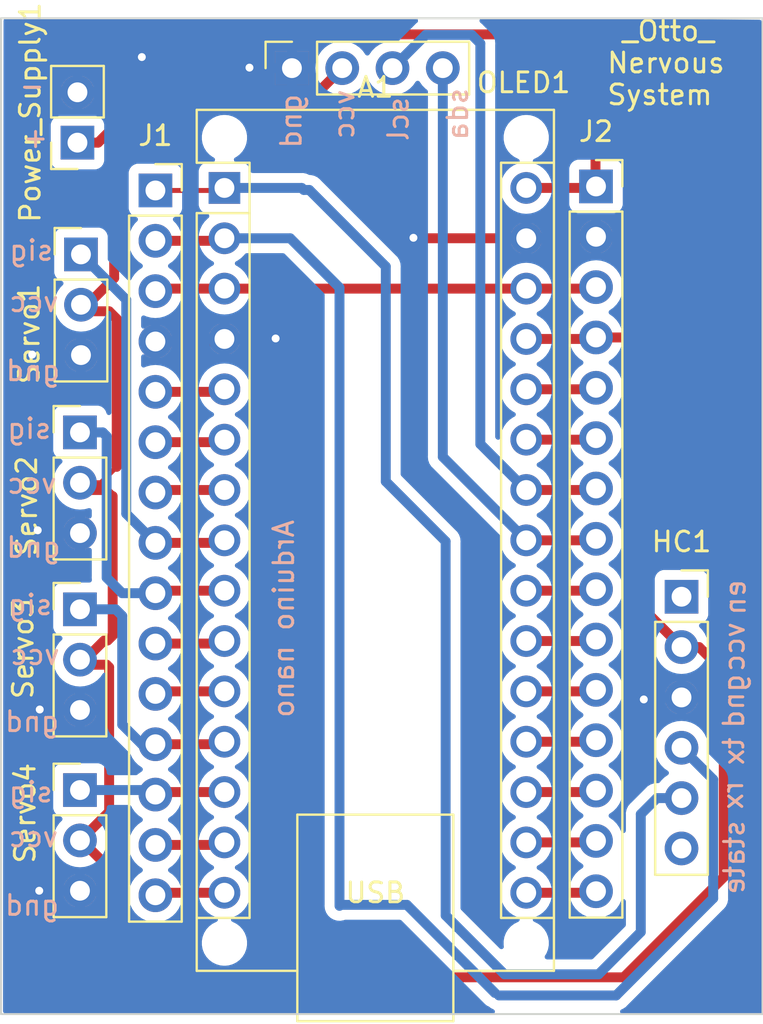
<source format=kicad_pcb>
(kicad_pcb (version 20221018) (generator pcbnew)
  (layers (0 "F.Cu" signal) (31 "B.Cu" signal) (34 "B.Paste" user) (35 "F.Paste" user) (36 "B.SilkS" user "B.Silkscreen") (37 "F.SilkS" user "F.Silkscreen") (38 "B.Mask" user) (39 "F.Mask" user) (44 "Edge.Cuts" user))
  (net 0 "")
  (net 1 "TX1")
  (net 2 "RX0")
  (net 3 "RST")
  (net 4 "GND")
  (net 5 "D2")
  (net 6 "D3")
  (net 7 "D4")
  (net 8 "D5")
  (net 9 "D6")
  (net 10 "D7")
  (net 11 "D8")
  (net 12 "D9")
  (net 13 "D10")
  (net 14 "D11")
  (net 15 "D12")
  (net 16 "D13")
  (net 17 "+3V3")
  (net 18 "AREF")
  (net 19 "A0")
  (net 20 "A1")
  (net 21 "A2")
  (net 22 "A3")
  (net 23 "A4")
  (net 24 "A5")
  (net 25 "A6")
  (net 26 "A7")
  (net 27 "5V")
  (net 28 "input_voltage")
  (footprint "Connector_PinHeader_2.54mm:PinHeader_1x03_P2.54mm_Vertical" (layer "F.Cu") (at 132.588 105.4354)
    (fp_text reference "Servo4" (at -2.7686 1.1684 90) (layer "F.SilkS"))
    (fp_text value "Conn_01x03_Pin" hide)
    (fp_line (start -1.33 -1.33) (end 0 -1.33) (stroke (width 0.12)) (layer "F.SilkS"))
    (fp_line (start -1.33 0) (end -1.33 -1.33) (stroke (width 0.12)) (layer "F.SilkS"))
    (fp_line (start -1.33 1.27) (end -1.33 6.41) (stroke (width 0.12)) (layer "F.SilkS"))
    (fp_line (start -1.33 1.27) (end 1.33 1.27) (stroke (width 0.12)) (layer "F.SilkS"))
    (fp_line (start -1.33 6.41) (end 1.33 6.41) (stroke (width 0.12)) (layer "F.SilkS"))
    (fp_line (start 1.33 1.27) (end 1.33 6.41) (stroke (width 0.12)) (layer "F.SilkS"))
    (pad "1" thru_hole rect (at 0 0) (size 1.7 1.7) (drill 1) (layers "*.Cu" "*.Mask") (net 13 "D10"))
    (pad "2" thru_hole oval (at 0 2.54) (size 1.7 1.7) (drill 1) (layers "*.Cu" "*.Mask") (net 27 "5V"))
    (pad "3" thru_hole oval (at 0 5.08) (size 1.7 1.7) (drill 1) (layers "*.Cu" "*.Mask") (net 4 "GND"))
  )
  (footprint "Connector_PinSocket_2.54mm:PinSocket_1x04_P2.54mm_Vertical" (layer "F.Cu") (at 143.2914 69.0122 90)
    (fp_text reference "OLED1" (at -0.7362 11.6994 180) (layer "F.SilkS"))
    (fp_text value "Conn_01x04_Socket" hide)
    (fp_line (start -1.33 1.27) (end -1.33 8.95) (stroke (width 0.12)) (layer "F.SilkS"))
    (fp_line (start -1.33 1.27) (end 1.33 1.27) (stroke (width 0.12)) (layer "F.SilkS"))
    (fp_line (start -1.33 8.95) (end 1.33 8.95) (stroke (width 0.12)) (layer "F.SilkS"))
    (fp_line (start 0 -1.33) (end 1.33 -1.33) (stroke (width 0.12)) (layer "F.SilkS"))
    (fp_line (start 1.33 -1.33) (end 1.33 0) (stroke (width 0.12)) (layer "F.SilkS"))
    (fp_line (start 1.33 1.27) (end 1.33 8.95) (stroke (width 0.12)) (layer "F.SilkS"))
    (pad "1" thru_hole rect (at 0 0 90) (size 1.7 1.7) (drill 1) (layers "*.Cu" "*.Mask") (net 4 "GND"))
    (pad "2" thru_hole oval (at 0 2.54 90) (size 1.7 1.7) (drill 1) (layers "*.Cu" "*.Mask") (net 27 "5V"))
    (pad "3" thru_hole oval (at 0 5.08 90) (size 1.7 1.7) (drill 1) (layers "*.Cu" "*.Mask") (net 24 "A5"))
    (pad "4" thru_hole oval (at 0 7.62 90) (size 1.7 1.7) (drill 1) (layers "*.Cu" "*.Mask") (net 23 "A4"))
  )
  (footprint "Connector_PinSocket_2.54mm:PinSocket_1x15_P2.54mm_Vertical" (layer "F.Cu") (at 158.6484 74.9808)
    (fp_text reference "J2" (at 0 -2.77) (layer "F.SilkS"))
    (fp_text value "Conn_01x15_Socket" hide)
    (fp_line (start -1.33 1.27) (end -1.33 36.89) (stroke (width 0.12)) (layer "F.SilkS"))
    (fp_line (start -1.33 1.27) (end 1.33 1.27) (stroke (width 0.12)) (layer "F.SilkS"))
    (fp_line (start -1.33 36.89) (end 1.33 36.89) (stroke (width 0.12)) (layer "F.SilkS"))
    (fp_line (start 0 -1.33) (end 1.33 -1.33) (stroke (width 0.12)) (layer "F.SilkS"))
    (fp_line (start 1.33 -1.33) (end 1.33 0) (stroke (width 0.12)) (layer "F.SilkS"))
    (fp_line (start 1.33 1.27) (end 1.33 36.89) (stroke (width 0.12)) (layer "F.SilkS"))
    (pad "1" thru_hole rect (at 0 0) (size 1.7 1.7) (drill 1) (layers "*.Cu" "*.Mask") (net 28 "input_voltage"))
    (pad "2" thru_hole oval (at 0 2.54) (size 1.7 1.7) (drill 1) (layers "*.Cu" "*.Mask") (net 4 "GND"))
    (pad "3" thru_hole oval (at 0 5.08) (size 1.7 1.7) (drill 1) (layers "*.Cu" "*.Mask") (net 3 "RST"))
    (pad "4" thru_hole oval (at 0 7.62) (size 1.7 1.7) (drill 1) (layers "*.Cu" "*.Mask") (net 27 "5V"))
    (pad "5" thru_hole oval (at 0 10.16) (size 1.7 1.7) (drill 1) (layers "*.Cu" "*.Mask") (net 26 "A7"))
    (pad "6" thru_hole oval (at 0 12.7) (size 1.7 1.7) (drill 1) (layers "*.Cu" "*.Mask") (net 25 "A6"))
    (pad "7" thru_hole oval (at 0 15.24) (size 1.7 1.7) (drill 1) (layers "*.Cu" "*.Mask") (net 24 "A5"))
    (pad "8" thru_hole oval (at 0 17.78) (size 1.7 1.7) (drill 1) (layers "*.Cu" "*.Mask") (net 23 "A4"))
    (pad "9" thru_hole oval (at 0 20.32) (size 1.7 1.7) (drill 1) (layers "*.Cu" "*.Mask") (net 22 "A3"))
    (pad "10" thru_hole oval (at 0 22.86) (size 1.7 1.7) (drill 1) (layers "*.Cu" "*.Mask") (net 21 "A2"))
    (pad "11" thru_hole oval (at 0 25.4) (size 1.7 1.7) (drill 1) (layers "*.Cu" "*.Mask") (net 20 "A1"))
    (pad "12" thru_hole oval (at 0 27.94) (size 1.7 1.7) (drill 1) (layers "*.Cu" "*.Mask") (net 19 "A0"))
    (pad "13" thru_hole oval (at 0 30.48) (size 1.7 1.7) (drill 1) (layers "*.Cu" "*.Mask") (net 18 "AREF"))
    (pad "14" thru_hole oval (at 0 33.02) (size 1.7 1.7) (drill 1) (layers "*.Cu" "*.Mask") (net 17 "+3V3"))
    (pad "15" thru_hole oval (at 0 35.56) (size 1.7 1.7) (drill 1) (layers "*.Cu" "*.Mask") (net 16 "D13"))
  )
  (footprint "Connector_PinHeader_2.54mm:PinHeader_1x03_P2.54mm_Vertical" (layer "F.Cu") (at 132.6388 78.4098)
    (fp_text reference "Servo1" (at -2.6162 4.0132 90) (layer "F.SilkS"))
    (fp_text value "Conn_01x03_Pin" hide)
    (fp_line (start -1.33 -1.33) (end 0 -1.33) (stroke (width 0.12)) (layer "F.SilkS"))
    (fp_line (start -1.33 0) (end -1.33 -1.33) (stroke (width 0.12)) (layer "F.SilkS"))
    (fp_line (start -1.33 1.27) (end -1.33 6.41) (stroke (width 0.12)) (layer "F.SilkS"))
    (fp_line (start -1.33 1.27) (end 1.33 1.27) (stroke (width 0.12)) (layer "F.SilkS"))
    (fp_line (start -1.33 6.41) (end 1.33 6.41) (stroke (width 0.12)) (layer "F.SilkS"))
    (fp_line (start 1.33 1.27) (end 1.33 6.41) (stroke (width 0.12)) (layer "F.SilkS"))
    (pad "1" thru_hole rect (at 0 0) (size 1.7 1.7) (drill 1) (layers "*.Cu" "*.Mask") (net 8 "D5"))
    (pad "2" thru_hole oval (at 0 2.54) (size 1.7 1.7) (drill 1) (layers "*.Cu" "*.Mask") (net 27 "5V"))
    (pad "3" thru_hole oval (at 0 5.08) (size 1.7 1.7) (drill 1) (layers "*.Cu" "*.Mask") (net 4 "GND"))
  )
  (footprint "Module:Arduino_Nano_WithMountingHoles" (layer "F.Cu") (at 139.884 75.0564)
    (fp_text reference "A1" (at 7.62 -5.08) (layer "F.SilkS"))
    (fp_text value "Arduino_Nano_v3.x")
    (fp_text user "USB" (at 7.62 35.56 unlocked) (layer "F.SilkS"))
    (fp_line (start -1.4 -3.94) (end -1.4 -1.27) (stroke (width 0.12)) (layer "F.SilkS"))
    (fp_line (start -1.4 1.27) (end -1.4 39.5) (stroke (width 0.12)) (layer "F.SilkS"))
    (fp_line (start -1.4 39.5) (end 3.68 39.5) (stroke (width 0.12)) (layer "F.SilkS"))
    (fp_line (start 1.27 -1.27) (end -1.4 -1.27) (stroke (width 0.12)) (layer "F.SilkS"))
    (fp_line (start 1.27 1.27) (end -1.4 1.27) (stroke (width 0.12)) (layer "F.SilkS"))
    (fp_line (start 1.27 1.27) (end 1.27 -1.27) (stroke (width 0.12)) (layer "F.SilkS"))
    (fp_line (start 1.27 1.27) (end 1.27 36.83) (stroke (width 0.12)) (layer "F.SilkS"))
    (fp_line (start 1.27 36.83) (end -1.4 36.83) (stroke (width 0.12)) (layer "F.SilkS"))
    (fp_line (start 3.68 31.62) (end 11.56 31.62) (stroke (width 0.12)) (layer "F.SilkS"))
    (fp_line (start 3.68 42.04) (end 3.68 31.62) (stroke (width 0.12)) (layer "F.SilkS"))
    (fp_line (start 11.56 31.62) (end 11.56 42.04) (stroke (width 0.12)) (layer "F.SilkS"))
    (fp_line (start 11.56 42.04) (end 3.68 42.04) (stroke (width 0.12)) (layer "F.SilkS"))
    (fp_line (start 13.97 -1.27) (end 13.97 36.83) (stroke (width 0.12)) (layer "F.SilkS"))
    (fp_line (start 13.97 -1.27) (end 16.64 -1.27) (stroke (width 0.12)) (layer "F.SilkS"))
    (fp_line (start 13.97 36.83) (end 16.64 36.83) (stroke (width 0.12)) (layer "F.SilkS"))
    (fp_line (start 16.64 -3.94) (end -1.4 -3.94) (stroke (width 0.12)) (layer "F.SilkS"))
    (fp_line (start 16.64 39.5) (end 11.56 39.5) (stroke (width 0.12)) (layer "F.SilkS"))
    (fp_line (start 16.64 39.5) (end 16.64 -3.94) (stroke (width 0.12)) (layer "F.SilkS"))
    (pad "" np_thru_hole circle (at 0 -2.54) (size 1.78 1.78) (drill 1.78) (layers "*.Cu" "*.Mask"))
    (pad "" np_thru_hole circle (at 0 38.1) (size 1.78 1.78) (drill 1.78) (layers "*.Cu" "*.Mask"))
    (pad "" np_thru_hole circle (at 15.24 -2.54) (size 1.78 1.78) (drill 1.78) (layers "*.Cu" "*.Mask"))
    (pad "" np_thru_hole circle (at 15.24 38.1) (size 1.78 1.78) (drill 1.78) (layers "*.Cu" "*.Mask"))
    (pad "1" thru_hole rect (at 0 0) (size 1.6 1.6) (drill 1) (layers "*.Cu" "*.Mask") (net 1 "TX1"))
    (pad "2" thru_hole oval (at 0 2.54) (size 1.6 1.6) (drill 1) (layers "*.Cu" "*.Mask") (net 2 "RX0"))
    (pad "3" thru_hole oval (at 0 5.08) (size 1.6 1.6) (drill 1) (layers "*.Cu" "*.Mask") (net 3 "RST"))
    (pad "4" thru_hole oval (at 0 7.62) (size 1.6 1.6) (drill 1) (layers "*.Cu" "*.Mask") (net 4 "GND"))
    (pad "5" thru_hole oval (at 0 10.16) (size 1.6 1.6) (drill 1) (layers "*.Cu" "*.Mask") (net 5 "D2"))
    (pad "6" thru_hole oval (at 0 12.7) (size 1.6 1.6) (drill 1) (layers "*.Cu" "*.Mask") (net 6 "D3"))
    (pad "7" thru_hole oval (at 0 15.24) (size 1.6 1.6) (drill 1) (layers "*.Cu" "*.Mask") (net 7 "D4"))
    (pad "8" thru_hole oval (at 0 17.78) (size 1.6 1.6) (drill 1) (layers "*.Cu" "*.Mask") (net 8 "D5"))
    (pad "9" thru_hole oval (at 0 20.32) (size 1.6 1.6) (drill 1) (layers "*.Cu" "*.Mask") (net 9 "D6"))
    (pad "10" thru_hole oval (at 0 22.86) (size 1.6 1.6) (drill 1) (layers "*.Cu" "*.Mask") (net 10 "D7"))
    (pad "11" thru_hole oval (at 0 25.4) (size 1.6 1.6) (drill 1) (layers "*.Cu" "*.Mask") (net 11 "D8"))
    (pad "12" thru_hole oval (at 0 27.94) (size 1.6 1.6) (drill 1) (layers "*.Cu" "*.Mask") (net 12 "D9"))
    (pad "13" thru_hole oval (at 0 30.48) (size 1.6 1.6) (drill 1) (layers "*.Cu" "*.Mask") (net 13 "D10"))
    (pad "14" thru_hole oval (at 0 33.02) (size 1.6 1.6) (drill 1) (layers "*.Cu" "*.Mask") (net 14 "D11"))
    (pad "15" thru_hole oval (at 0 35.56) (size 1.6 1.6) (drill 1) (layers "*.Cu" "*.Mask") (net 15 "D12"))
    (pad "16" thru_hole oval (at 15.24 35.56) (size 1.6 1.6) (drill 1) (layers "*.Cu" "*.Mask") (net 16 "D13"))
    (pad "17" thru_hole oval (at 15.24 33.02) (size 1.6 1.6) (drill 1) (layers "*.Cu" "*.Mask") (net 17 "+3V3"))
    (pad "18" thru_hole oval (at 15.24 30.48) (size 1.6 1.6) (drill 1) (layers "*.Cu" "*.Mask") (net 18 "AREF"))
    (pad "19" thru_hole oval (at 15.24 27.94) (size 1.6 1.6) (drill 1) (layers "*.Cu" "*.Mask") (net 19 "A0"))
    (pad "20" thru_hole oval (at 15.24 25.4) (size 1.6 1.6) (drill 1) (layers "*.Cu" "*.Mask") (net 20 "A1"))
    (pad "21" thru_hole oval (at 15.24 22.86) (size 1.6 1.6) (drill 1) (layers "*.Cu" "*.Mask") (net 21 "A2"))
    (pad "22" thru_hole oval (at 15.24 20.32) (size 1.6 1.6) (drill 1) (layers "*.Cu" "*.Mask") (net 22 "A3"))
    (pad "23" thru_hole oval (at 15.24 17.78) (size 1.6 1.6) (drill 1) (layers "*.Cu" "*.Mask") (net 23 "A4"))
    (pad "24" thru_hole oval (at 15.24 15.24) (size 1.6 1.6) (drill 1) (layers "*.Cu" "*.Mask") (net 24 "A5"))
    (pad "25" thru_hole oval (at 15.24 12.7) (size 1.6 1.6) (drill 1) (layers "*.Cu" "*.Mask") (net 25 "A6"))
    (pad "26" thru_hole oval (at 15.24 10.16) (size 1.6 1.6) (drill 1) (layers "*.Cu" "*.Mask") (net 26 "A7"))
    (pad "27" thru_hole oval (at 15.24 7.62) (size 1.6 1.6) (drill 1) (layers "*.Cu" "*.Mask") (net 27 "5V"))
    (pad "28" thru_hole oval (at 15.24 5.08) (size 1.6 1.6) (drill 1) (layers "*.Cu" "*.Mask") (net 3 "RST"))
    (pad "29" thru_hole oval (at 15.24 2.54) (size 1.6 1.6) (drill 1) (layers "*.Cu" "*.Mask") (net 4 "GND"))
    (pad "30" thru_hole oval (at 15.24 0) (size 1.6 1.6) (drill 1) (layers "*.Cu" "*.Mask") (net 28 "input_voltage"))
  )
  (footprint "Connector_PinSocket_2.54mm:PinSocket_1x06_P2.54mm_Vertical" (layer "F.Cu") (at 162.9664 95.6818)
    (fp_text reference "HC1" (at 0 -2.77) (layer "F.SilkS"))
    (fp_text value "Conn_01x06_Socket" hide)
    (fp_line (start -1.33 1.27) (end -1.33 14.03) (stroke (width 0.12)) (layer "F.SilkS"))
    (fp_line (start -1.33 1.27) (end 1.33 1.27) (stroke (width 0.12)) (layer "F.SilkS"))
    (fp_line (start -1.33 14.03) (end 1.33 14.03) (stroke (width 0.12)) (layer "F.SilkS"))
    (fp_line (start 0 -1.33) (end 1.33 -1.33) (stroke (width 0.12)) (layer "F.SilkS"))
    (fp_line (start 1.33 -1.33) (end 1.33 0) (stroke (width 0.12)) (layer "F.SilkS"))
    (fp_line (start 1.33 1.27) (end 1.33 14.03) (stroke (width 0.12)) (layer "F.SilkS"))
    (pad "1" thru_hole rect (at 0 0) (size 1.7 1.7) (drill 1) (layers "*.Cu" "*.Mask"))
    (pad "2" thru_hole oval (at 0 2.54) (size 1.7 1.7) (drill 1) (layers "*.Cu" "*.Mask") (net 27 "5V"))
    (pad "3" thru_hole oval (at 0 5.08) (size 1.7 1.7) (drill 1) (layers "*.Cu" "*.Mask") (net 4 "GND"))
    (pad "4" thru_hole oval (at 0 7.62) (size 1.7 1.7) (drill 1) (layers "*.Cu" "*.Mask") (net 2 "RX0"))
    (pad "5" thru_hole oval (at 0 10.16) (size 1.7 1.7) (drill 1) (layers "*.Cu" "*.Mask") (net 1 "TX1"))
    (pad "6" thru_hole oval (at 0 12.7) (size 1.7 1.7) (drill 1) (layers "*.Cu" "*.Mask"))
  )
  (footprint "Connector_PinHeader_2.54mm:PinHeader_1x03_P2.54mm_Vertical" (layer "F.Cu") (at 132.588 87.391)
    (fp_text reference "Servo2" (at -2.6924 3.7188 90) (layer "F.SilkS"))
    (fp_text value "Conn_01x03_Pin" hide)
    (fp_line (start -1.33 -1.33) (end 0 -1.33) (stroke (width 0.12)) (layer "F.SilkS"))
    (fp_line (start -1.33 0) (end -1.33 -1.33) (stroke (width 0.12)) (layer "F.SilkS"))
    (fp_line (start -1.33 1.27) (end -1.33 6.41) (stroke (width 0.12)) (layer "F.SilkS"))
    (fp_line (start -1.33 1.27) (end 1.33 1.27) (stroke (width 0.12)) (layer "F.SilkS"))
    (fp_line (start -1.33 6.41) (end 1.33 6.41) (stroke (width 0.12)) (layer "F.SilkS"))
    (fp_line (start 1.33 1.27) (end 1.33 6.41) (stroke (width 0.12)) (layer "F.SilkS"))
    (pad "1" thru_hole rect (at 0 0) (size 1.7 1.7) (drill 1) (layers "*.Cu" "*.Mask") (net 9 "D6"))
    (pad "2" thru_hole oval (at 0 2.54) (size 1.7 1.7) (drill 1) (layers "*.Cu" "*.Mask") (net 27 "5V"))
    (pad "3" thru_hole oval (at 0 5.08) (size 1.7 1.7) (drill 1) (layers "*.Cu" "*.Mask") (net 4 "GND"))
  )
  (footprint "Connector_PinHeader_2.54mm:PinHeader_1x03_P2.54mm_Vertical" (layer "F.Cu") (at 132.588 96.3168)
    (fp_text reference "Servo3" (at -2.8702 1.9916 90) (layer "F.SilkS"))
    (fp_text value "Conn_01x03_Pin" hide)
    (fp_line (start -1.33 -1.33) (end 0 -1.33) (stroke (width 0.12)) (layer "F.SilkS"))
    (fp_line (start -1.33 0) (end -1.33 -1.33) (stroke (width 0.12)) (layer "F.SilkS"))
    (fp_line (start -1.33 1.27) (end -1.33 6.41) (stroke (width 0.12)) (layer "F.SilkS"))
    (fp_line (start -1.33 1.27) (end 1.33 1.27) (stroke (width 0.12)) (layer "F.SilkS"))
    (fp_line (start -1.33 6.41) (end 1.33 6.41) (stroke (width 0.12)) (layer "F.SilkS"))
    (fp_line (start 1.33 1.27) (end 1.33 6.41) (stroke (width 0.12)) (layer "F.SilkS"))
    (pad "1" thru_hole rect (at 0 0) (size 1.7 1.7) (drill 1) (layers "*.Cu" "*.Mask") (net 12 "D9"))
    (pad "2" thru_hole oval (at 0 2.54) (size 1.7 1.7) (drill 1) (layers "*.Cu" "*.Mask") (net 27 "5V"))
    (pad "3" thru_hole oval (at 0 5.08) (size 1.7 1.7) (drill 1) (layers "*.Cu" "*.Mask") (net 4 "GND"))
  )
  (footprint "Connector_PinSocket_2.54mm:PinSocket_1x02_P2.54mm_Vertical" (layer "F.Cu") (at 132.461 72.771 180)
    (fp_text reference "Power_Supply1" (at 2.3876 1.524 270) (layer "F.SilkS"))
    (fp_text value "Conn_01x02_Pin" hide)
    (fp_line (start -1.33 1.27) (end -1.33 3.87) (stroke (width 0.12)) (layer "F.SilkS"))
    (fp_line (start -1.33 1.27) (end 1.33 1.27) (stroke (width 0.12)) (layer "F.SilkS"))
    (fp_line (start -1.33 3.87) (end 1.33 3.87) (stroke (width 0.12)) (layer "F.SilkS"))
    (fp_line (start 0 -1.33) (end 1.33 -1.33) (stroke (width 0.12)) (layer "F.SilkS"))
    (fp_line (start 1.33 -1.33) (end 1.33 0) (stroke (width 0.12)) (layer "F.SilkS"))
    (fp_line (start 1.33 1.27) (end 1.33 3.87) (stroke (width 0.12)) (layer "F.SilkS"))
    (pad "1" thru_hole rect (at 0 0 180) (size 1.7 1.7) (drill 1) (layers "*.Cu" "*.Mask") (net 28 "input_voltage"))
    (pad "2" thru_hole oval (at 0 2.54 180) (size 1.7 1.7) (drill 1) (layers "*.Cu" "*.Mask") (net 4 "GND"))
  )
  (footprint "Connector_PinSocket_2.54mm:PinSocket_1x15_P2.54mm_Vertical" (layer "F.Cu") (at 136.398 75.184)
    (fp_text reference "J1" (at 0 -2.77) (layer "F.SilkS"))
    (fp_text value "Conn_01x15_Socket" hide)
    (fp_line (start -1.33 1.27) (end -1.33 36.89) (stroke (width 0.12)) (layer "F.SilkS"))
    (fp_line (start -1.33 1.27) (end 1.33 1.27) (stroke (width 0.12)) (layer "F.SilkS"))
    (fp_line (start -1.33 36.89) (end 1.33 36.89) (stroke (width 0.12)) (layer "F.SilkS"))
    (fp_line (start 0 -1.33) (end 1.33 -1.33) (stroke (width 0.12)) (layer "F.SilkS"))
    (fp_line (start 1.33 -1.33) (end 1.33 0) (stroke (width 0.12)) (layer "F.SilkS"))
    (fp_line (start 1.33 1.27) (end 1.33 36.89) (stroke (width 0.12)) (layer "F.SilkS"))
    (pad "1" thru_hole rect (at 0 0) (size 1.7 1.7) (drill 1) (layers "*.Cu" "*.Mask") (net 1 "TX1"))
    (pad "2" thru_hole oval (at 0 2.54) (size 1.7 1.7) (drill 1) (layers "*.Cu" "*.Mask") (net 2 "RX0"))
    (pad "3" thru_hole oval (at 0 5.08) (size 1.7 1.7) (drill 1) (layers "*.Cu" "*.Mask") (net 3 "RST"))
    (pad "4" thru_hole oval (at 0 7.62) (size 1.7 1.7) (drill 1) (layers "*.Cu" "*.Mask") (net 4 "GND"))
    (pad "5" thru_hole oval (at 0 10.16) (size 1.7 1.7) (drill 1) (layers "*.Cu" "*.Mask") (net 5 "D2"))
    (pad "6" thru_hole oval (at 0 12.7) (size 1.7 1.7) (drill 1) (layers "*.Cu" "*.Mask") (net 6 "D3"))
    (pad "7" thru_hole oval (at 0 15.24) (size 1.7 1.7) (drill 1) (layers "*.Cu" "*.Mask") (net 7 "D4"))
    (pad "8" thru_hole oval (at 0 17.78) (size 1.7 1.7) (drill 1) (layers "*.Cu" "*.Mask") (net 8 "D5"))
    (pad "9" thru_hole oval (at 0 20.32) (size 1.7 1.7) (drill 1) (layers "*.Cu" "*.Mask") (net 9 "D6"))
    (pad "10" thru_hole oval (at 0 22.86) (size 1.7 1.7) (drill 1) (layers "*.Cu" "*.Mask") (net 10 "D7"))
    (pad "11" thru_hole oval (at 0 25.4) (size 1.7 1.7) (drill 1) (layers "*.Cu" "*.Mask") (net 11 "D8"))
    (pad "12" thru_hole oval (at 0 27.94) (size 1.7 1.7) (drill 1) (layers "*.Cu" "*.Mask") (net 12 "D9"))
    (pad "13" thru_hole oval (at 0 30.48) (size 1.7 1.7) (drill 1) (layers "*.Cu" "*.Mask") (net 13 "D10"))
    (pad "14" thru_hole oval (at 0 33.02) (size 1.7 1.7) (drill 1) (layers "*.Cu" "*.Mask") (net 14 "D11"))
    (pad "15" thru_hole oval (at 0 35.56) (size 1.7 1.7) (drill 1) (layers "*.Cu" "*.Mask") (net 15 "D12"))
  )
  (gr_rect (start 128.6002 66.4972) (end 167.0558 116.7384) (stroke (width 0.1)) (fill none) (layer "Edge.Cuts"))
  (gr_text "gnd" (at 131.699 93.7768) (layer "B.SilkS") (effects (font (size 1 1)) (justify left bottom mirror)))
  (gr_text "rx\n" (at 166.1414 104.8766 90) (layer "B.SilkS") (effects (font (size 1 1)) (justify left bottom mirror)))
  (gr_text "vcc" (at 131.6482 99.187) (layer "B.SilkS") (effects (font (size 1 1)) (justify left bottom mirror)))
  (gr_text "tx\n" (at 166.1922 102.6922 90) (layer "B.SilkS") (effects (font (size 1 1)) (justify left bottom mirror)))
  (gr_text "vcc\n" (at 146.5072 70.0024 90) (layer "B.SilkS") (effects (font (size 1 1)) (justify left bottom mirror)))
  (gr_text "vcc" (at 131.4958 90.551) (layer "B.SilkS") (effects (font (size 1 1)) (justify left bottom mirror)))
  (gr_text "gnd" (at 131.6228 102.5652) (layer "B.SilkS") (effects (font (size 1 1)) (justify left bottom mirror)))
  (gr_text "gnd\n" (at 143.8402 70.231 90) (layer "B.SilkS") (effects (font (size 1 1)) (justify left bottom mirror)))
  (gr_text "sig" (at 131.2926 106.1212) (layer "B.SilkS") (effects (font (size 1 1)) (justify left bottom mirror)))
  (gr_text "sda\n" (at 152.2476 69.9262 90) (layer "B.SilkS") (effects (font (size 1 1)) (justify left bottom mirror)))
  (gr_text "gnd" (at 131.6736 84.8614) (layer "B.SilkS") (effects (font (size 1 1)) (justify left bottom mirror)))
  (gr_text "gnd" (at 131.6228 111.8362) (layer "B.SilkS") (effects (font (size 1 1)) (justify left bottom mirror)))
  (gr_text "-\n" (at 130.8862 70.485) (layer "B.SilkS") (effects (font (size 1 1)) (justify left bottom mirror)))
  (gr_text "vcc\n" (at 166.2176 96.8756 90) (layer "B.SilkS") (effects (font (size 1 1)) (justify left bottom mirror)))
  (gr_text "sig" (at 131.318 78.7908) (layer "B.SilkS") (effects (font (size 1 1)) (justify left bottom mirror)))
  (gr_text "en" (at 166.2684 94.742 90) (layer "B.SilkS") (effects (font (size 1 1)) (justify left bottom mirror)))
  (gr_text "scl" (at 149.2504 70.3834 90) (layer "B.SilkS") (effects (font (size 1 1)) (justify left bottom mirror)))
  (gr_text "vcc" (at 131.572 108.3818) (layer "B.SilkS") (effects (font (size 1 1)) (justify left bottom mirror)))
  (gr_text "sig" (at 131.2164 87.7824) (layer "B.SilkS") (effects (font (size 1 1)) (justify left bottom mirror)))
  (gr_text "gnd" (at 166.1922 99.4918 90) (layer "B.SilkS") (effects (font (size 1 1)) (justify left bottom mirror)))
  (gr_text "state" (at 166.2176 106.8832 90) (layer "B.SilkS") (effects (font (size 1 1)) (justify left bottom mirror)))
  (gr_text "vcc\n" (at 131.5974 81.3816) (layer "B.SilkS") (effects (font (size 1 1)) (justify left bottom mirror)))
  (gr_text "+" (at 131.064 73.1012) (layer "B.SilkS") (effects (font (size 1 1)) (justify left bottom mirror)))
  (gr_text "Arduino nano" (at 143.4592 91.7194 90) (layer "B.SilkS") (effects (font (size 1 1)) (justify left bottom mirror)))
  (gr_text "sig" (at 131.2672 96.6724) (layer "B.SilkS") (effects (font (size 1 1)) (justify left bottom mirror)))
  (gr_text " _Otto_\nNervous \nSystem" (at 159.131 70.9422) (layer "F.SilkS") (effects (font (size 1 1)) (justify left bottom)))
  (segment (start 136.398 75.184) (end 139.7564 75.184) (width 0.25) (layer "F.Cu") (net 1))
  (segment (start 139.7564 75.184) (end 139.884 75.0564) (width 0.25) (layer "F.Cu") (net 1))
  (segment (start 160.909 112.5982) (end 158.7754 114.7318) (width 0.5) (layer "B.Cu") (net 1))
  (segment (start 143.891 75.1586) (end 143.7888 75.0564) (width 0.5) (layer "B.Cu") (net 1))
  (segment (start 148.0312 89.8652) (end 148.0312 79.0194) (width 0.5) (layer "B.Cu") (net 1))
  (segment (start 151.0538 111.76) (end 151.0538 92.8878) (width 0.5) (layer "B.Cu") (net 1))
  (segment (start 143.7888 75.0564) (end 139.884 75.0564) (width 0.5) (layer "B.Cu") (net 1))
  (segment (start 144.1704 75.1586) (end 143.891 75.1586) (width 0.5) (layer "B.Cu") (net 1))
  (segment (start 162.9664 105.8418) (end 161.7218 105.8418) (width 0.5) (layer "B.Cu") (net 1))
  (segment (start 158.7754 114.7318) (end 154.0256 114.7318) (width 0.5) (layer "B.Cu") (net 1))
  (segment (start 161.7218 105.8418) (end 160.909 106.6546) (width 0.5) (layer "B.Cu") (net 1))
  (segment (start 148.0312 79.0194) (end 144.1704 75.1586) (width 0.5) (layer "B.Cu") (net 1))
  (segment (start 160.909 106.6546) (end 160.909 112.5982) (width 0.5) (layer "B.Cu") (net 1))
  (segment (start 154.0256 114.7318) (end 151.0538 111.76) (width 0.5) (layer "B.Cu") (net 1))
  (segment (start 151.0538 92.8878) (end 148.0312 89.8652) (width 0.5) (layer "B.Cu") (net 1))
  (segment (start 139.7564 77.724) (end 139.884 77.5964) (width 0.5) (layer "F.Cu") (net 2))
  (segment (start 136.398 77.724) (end 139.7564 77.724) (width 0.5) (layer "F.Cu") (net 2))
  (segment (start 153.543 115.6716) (end 149.098 111.2266) (width 0.5) (layer "B.Cu") (net 2))
  (segment (start 162.9664 103.3018) (end 164.5666 104.902) (width 0.5) (layer "B.Cu") (net 2))
  (segment (start 164.5666 110.8964) (end 159.6644 115.7986) (width 0.5) (layer "B.Cu") (net 2))
  (segment (start 149.098 111.2266) (end 145.6944 111.2266) (width 0.5) (layer "B.Cu") (net 2))
  (segment (start 145.6944 111.2774) (end 145.6944 111.2266) (width 0.5) (layer "B.Cu") (net 2))
  (segment (start 145.6944 80.0862) (end 143.2046 77.5964) (width 0.5) (layer "B.Cu") (net 2))
  (segment (start 159.6644 115.7986) (end 153.7462 115.7986) (width 0.5) (layer "B.Cu") (net 2))
  (segment (start 145.6944 111.2266) (end 145.6944 80.0862) (width 0.5) (layer "B.Cu") (net 2))
  (segment (start 164.5666 104.902) (end 164.5666 110.8964) (width 0.5) (layer "B.Cu") (net 2))
  (segment (start 143.2046 77.5964) (end 139.884 77.5964) (width 0.5) (layer "B.Cu") (net 2))
  (segment (start 136.5256 80.1364) (end 136.398 80.264) (width 0.5) (layer "F.Cu") (net 3))
  (segment (start 158.5728 80.1364) (end 158.6484 80.0608) (width 0.5) (layer "F.Cu") (net 3))
  (segment (start 139.884 80.1364) (end 155.124 80.1364) (width 0.5) (layer "F.Cu") (net 3))
  (segment (start 139.884 80.1364) (end 136.5256 80.1364) (width 0.5) (layer "F.Cu") (net 3))
  (segment (start 155.124 80.1364) (end 158.5728 80.1364) (width 0.5) (layer "F.Cu") (net 3))
  (segment (start 139.7564 82.804) (end 139.884 82.6764) (width 0.5) (layer "F.Cu") (net 4))
  (segment (start 162.9664 100.7618) (end 161.0868 100.7618) (width 0.5) (layer "F.Cu") (net 4))
  (segment (start 143.2914 69.0122) (end 141.1736 69.0122) (width 0.25) (layer "F.Cu") (net 4))
  (segment (start 161.0868 100.7618) (end 161.0614 100.7872) (width 0.5) (layer "F.Cu") (net 4))
  (segment (start 132.588 101.3968) (end 130.5814 101.3968) (width 0.5) (layer "F.Cu") (net 4))
  (segment (start 135.7122 68.453) (end 133.9342 70.231) (width 0.5) (layer "F.Cu") (net 4))
  (segment (start 158.5728 77.5964) (end 158.6484 77.5208) (width 0.5) (layer "F.Cu") (net 4))
  (segment (start 142.4438 82.6764) (end 142.4686 82.6516) (width 0.5) (layer "F.Cu") (net 4))
  (segment (start 136.398 82.804) (end 139.7564 82.804) (width 0.5) (layer "F.Cu") (net 4))
  (segment (start 130.2004 83.4898) (end 130.175 83.4644) (width 0.5) (layer "F.Cu") (net 4))
  (segment (start 130.5814 101.3968) (end 130.556 101.3714) (width 0.5) (layer "F.Cu") (net 4))
  (segment (start 132.588 110.5154) (end 130.5306 110.5154) (width 0.5) (layer "F.Cu") (net 4))
  (segment (start 132.588 92.471) (end 130.5964 92.471) (width 0.5) (layer "F.Cu") (net 4))
  (segment (start 161.0614 100.8634) (end 160.9852 100.8634) (width 0.5) (layer "F.Cu") (net 4))
  (segment (start 155.124 77.5964) (end 149.453 77.5964) (width 0.5) (layer "F.Cu") (net 4))
  (segment (start 160.9852 100.8634) (end 161.0614 100.7872) (width 0.5) (layer "F.Cu") (net 4))
  (segment (start 132.6388 83.4898) (end 130.2004 83.4898) (width 0.5) (layer "F.Cu") (net 4))
  (segment (start 139.884 82.6764) (end 142.4438 82.6764) (width 0.5) (layer "F.Cu") (net 4))
  (segment (start 141.1736 69.0122) (end 141.1478 68.9864) (width 0.25) (layer "F.Cu") (net 4))
  (segment (start 133.9342 70.231) (end 132.461 70.231) (width 0.5) (layer "F.Cu") (net 4))
  (segment (start 155.124 77.5964) (end 158.5728 77.5964) (width 0.5) (layer "F.Cu") (net 4))
  (segment (start 149.453 77.5964) (end 149.4282 77.5716) (width 0.5) (layer "F.Cu") (net 4))
  (segment (start 130.5964 92.471) (end 130.4544 92.329) (width 0.5) (layer "F.Cu") (net 4))
  (segment (start 161.0614 100.7872) (end 161.0614 100.8634) (width 0.5) (layer "F.Cu") (net 4))
  (via (at 149.4282 77.5716) (size 0.8) (drill 0.4) (layers "F.Cu" "B.Cu") (net 4))
  (via (at 161.0614 100.8634) (size 0.8) (drill 0.4) (layers "F.Cu" "B.Cu") (net 4))
  (via (at 130.175 83.4644) (size 0.8) (drill 0.4) (layers "F.Cu" "B.Cu") (net 4))
  (via (at 130.556 101.3714) (size 0.8) (drill 0.4) (layers "F.Cu" "B.Cu") (net 4))
  (via (at 130.5306 110.5154) (size 0.8) (drill 0.4) (layers "F.Cu" "B.Cu") (net 4))
  (via (at 130.4544 92.329) (size 0.8) (drill 0.4) (layers "F.Cu" "B.Cu") (net 4))
  (via (at 141.1478 68.9864) (size 0.8) (drill 0.4) (layers "F.Cu" "B.Cu") (net 4))
  (via (at 135.7122 68.453) (size 0.8) (drill 0.4) (layers "F.Cu" "B.Cu") (net 4))
  (via (at 142.4686 82.6516) (size 0.8) (drill 0.4) (layers "F.Cu" "B.Cu") (net 4))
  (segment (start 130.5306 101.3968) (end 130.556 101.3714) (width 0.5) (layer "B.Cu") (net 4))
  (segment (start 130.5306 101.9302) (end 130.5306 101.3968) (width 0.5) (layer "B.Cu") (net 4))
  (segment (start 130.175 92.0496) (end 130.4544 92.329) (width 0.5) (layer "B.Cu") (net 4))
  (segment (start 130.4544 101.854) (end 130.5306 101.9302) (width 0.5) (layer "B.Cu") (net 4))
  (segment (start 136.398 85.344) (end 139.7564 85.344) (width 0.5) (layer "F.Cu") (net 5))
  (segment (start 139.7564 85.344) (end 139.884 85.2164) (width 0.5) (layer "F.Cu") (net 5))
  (segment (start 139.7564 87.884) (end 139.884 87.7564) (width 0.5) (layer "F.Cu") (net 6))
  (segment (start 136.398 87.884) (end 139.7564 87.884) (width 0.5) (layer "F.Cu") (net 6))
  (segment (start 136.5256 90.2964) (end 136.398 90.424) (width 0.5) (layer "F.Cu") (net 7))
  (segment (start 139.884 90.2964) (end 136.5256 90.2964) (width 0.5) (layer "F.Cu") (net 7))
  (segment (start 139.7564 92.964) (end 139.884 92.8364) (width 0.5) (layer "F.Cu") (net 8))
  (segment (start 136.398 92.964) (end 139.7564 92.964) (width 0.5) (layer "F.Cu") (net 8))
  (segment (start 134.9248 80.6958) (end 134.9248 91.4908) (width 0.5) (layer "B.Cu") (net 8))
  (segment (start 134.9248 91.4908) (end 136.398 92.964) (width 0.5) (layer "B.Cu") (net 8))
  (segment (start 132.6388 78.4098) (end 134.9248 80.6958) (width 0.5) (layer "B.Cu") (net 8))
  (segment (start 139.884 95.3764) (end 136.5256 95.3764) (width 0.5) (layer "F.Cu") (net 9))
  (segment (start 136.5256 95.3764) (end 136.398 95.504) (width 0.5) (layer "F.Cu") (net 9))
  (segment (start 133.9342 94.7166) (end 134.7216 95.504) (width 0.5) (layer "B.Cu") (net 9))
  (segment (start 134.7216 95.504) (end 136.398 95.504) (width 0.5) (layer "B.Cu") (net 9))
  (segment (start 133.9342 87.5838) (end 133.9342 94.7166) (width 0.5) (layer "B.Cu") (net 9))
  (segment (start 133.7414 87.391) (end 133.9342 87.5838) (width 0.5) (layer "B.Cu") (net 9))
  (segment (start 132.588 87.391) (end 133.7414 87.391) (width 0.5) (layer "B.Cu") (net 9))
  (segment (start 136.398 98.044) (end 139.7564 98.044) (width 0.5) (layer "F.Cu") (net 10))
  (segment (start 139.7564 98.044) (end 139.884 97.9164) (width 0.5) (layer "F.Cu") (net 10))
  (segment (start 139.884 100.4564) (end 136.5256 100.4564) (width 0.5) (layer "F.Cu") (net 11))
  (segment (start 136.5256 100.4564) (end 136.398 100.584) (width 0.5) (layer "F.Cu") (net 11))
  (segment (start 136.398 103.124) (end 139.7564 103.124) (width 0.5) (layer "F.Cu") (net 12))
  (segment (start 139.7564 103.124) (end 139.884 102.9964) (width 0.5) (layer "F.Cu") (net 12))
  (segment (start 134.7216 96.647) (end 134.7216 102.1334) (width 0.5) (layer "B.Cu") (net 12))
  (segment (start 134.3914 96.3168) (end 134.7216 96.647) (width 0.5) (layer "B.Cu") (net 12))
  (segment (start 134.7216 102.1334) (end 135.7122 103.124) (width 0.5) (layer "B.Cu") (net 12))
  (segment (start 135.7122 103.124) (end 136.398 103.124) (width 0.5) (layer "B.Cu") (net 12))
  (segment (start 132.588 96.3168) (end 134.3914 96.3168) (width 0.5) (layer "B.Cu") (net 12))
  (segment (start 136.5256 105.5364) (end 136.398 105.664) (width 0.5) (layer "F.Cu") (net 13))
  (segment (start 139.884 105.5364) (end 136.5256 105.5364) (width 0.5) (layer "F.Cu") (net 13))
  (segment (start 132.588 105.4354) (end 136.1694 105.4354) (width 0.5) (layer "B.Cu") (net 13))
  (segment (start 136.1694 105.4354) (end 136.398 105.664) (width 0.25) (layer "B.Cu") (net 13))
  (segment (start 139.7564 108.204) (end 139.884 108.0764) (width 0.5) (layer "F.Cu") (net 14))
  (segment (start 136.398 108.204) (end 139.7564 108.204) (width 0.5) (layer "F.Cu") (net 14))
  (segment (start 136.5256 110.6164) (end 136.398 110.744) (width 0.5) (layer "F.Cu") (net 15))
  (segment (start 139.884 110.6164) (end 136.5256 110.6164) (width 0.5) (layer "F.Cu") (net 15))
  (segment (start 158.5728 110.6164) (end 158.6484 110.5408) (width 0.5) (layer "F.Cu") (net 16))
  (segment (start 155.124 110.6164) (end 158.5728 110.6164) (width 0.5) (layer "F.Cu") (net 16))
  (segment (start 158.5728 108.0764) (end 158.6484 108.0008) (width 0.5) (layer "F.Cu") (net 17))
  (segment (start 155.124 108.0764) (end 158.5728 108.0764) (width 0.5) (layer "F.Cu") (net 17))
  (segment (start 155.124 105.5364) (end 158.5728 105.5364) (width 0.5) (layer "F.Cu") (net 18))
  (segment (start 158.5728 105.5364) (end 158.6484 105.4608) (width 0.5) (layer "F.Cu") (net 18))
  (segment (start 155.124 102.9964) (end 158.5728 102.9964) (width 0.5) (layer "F.Cu") (net 19))
  (segment (start 158.5728 102.9964) (end 158.6484 102.9208) (width 0.5) (layer "F.Cu") (net 19))
  (segment (start 155.124 100.4564) (end 158.5728 100.4564) (width 0.5) (layer "F.Cu") (net 20))
  (segment (start 158.5728 100.4564) (end 158.6484 100.3808) (width 0.5) (layer "F.Cu") (net 20))
  (segment (start 158.5728 97.9164) (end 158.6484 97.8408) (width 0.5) (layer "F.Cu") (net 21))
  (segment (start 155.124 97.9164) (end 158.5728 97.9164) (width 0.5) (layer "F.Cu") (net 21))
  (segment (start 158.5728 95.3764) (end 158.6484 95.3008) (width 0.5) (layer "F.Cu") (net 22))
  (segment (start 155.124 95.3764) (end 158.5728 95.3764) (width 0.5) (layer "F.Cu") (net 22))
  (segment (start 158.5728 92.8364) (end 158.6484 92.7608) (width 0.5) (layer "F.Cu") (net 23))
  (segment (start 155.124 92.8364) (end 158.5728 92.8364) (width 0.5) (layer "F.Cu") (net 23))
  (segment (start 150.9114 88.6238) (end 150.9114 69.0122) (width 0.5) (layer "B.Cu") (net 23))
  (segment (start 155.124 92.8364) (end 150.9114 88.6238) (width 0.5) (layer "B.Cu") (net 23))
  (segment (start 158.5728 90.2964) (end 158.6484 90.2208) (width 0.5) (layer "F.Cu") (net 24))
  (segment (start 155.124 90.2964) (end 158.5728 90.2964) (width 0.5) (layer "F.Cu") (net 24))
  (segment (start 148.3714 69.0122) (end 150.0482 67.3354) (width 0.5) (layer "B.Cu") (net 24))
  (segment (start 152.8064 87.9788) (end 155.124 90.2964) (width 0.5) (layer "B.Cu") (net 24))
  (segment (start 152.8064 67.7672) (end 152.8064 87.9788) (width 0.5) (layer "B.Cu") (net 24))
  (segment (start 152.3746 67.3354) (end 152.8064 67.7672) (width 0.5) (layer "B.Cu") (net 24))
  (segment (start 150.0482 67.3354) (end 152.3746 67.3354) (width 0.5) (layer "B.Cu") (net 24))
  (segment (start 155.124 87.7564) (end 158.5728 87.7564) (width 0.5) (layer "F.Cu") (net 25))
  (segment (start 158.5728 87.7564) (end 158.6484 87.6808) (width 0.5) (layer "F.Cu") (net 25))
  (segment (start 155.124 85.2164) (end 158.5728 85.2164) (width 0.5) (layer "F.Cu") (net 26))
  (segment (start 158.5728 85.2164) (end 158.6484 85.1408) (width 0.5) (layer "F.Cu") (net 26))
  (segment (start 133.985 97.8916) (end 133.8072 97.8916) (width 0.25) (layer "F.Cu") (net 27))
  (segment (start 134.8486 110.1598) (end 134.8486 113.4618) (width 0.5) (layer "F.Cu") (net 27))
  (segment (start 160.0962 82.5754) (end 161.1884 83.6676) (width 0.5) (layer "F.Cu") (net 27))
  (segment (start 132.588 99.1108) (end 133.9342 99.1108) (width 0.5) (layer "F.Cu") (net 27))
  (segment (start 155.124 82.6764) (end 158.5728 82.6764) (width 0.5) (layer "F.Cu") (net 27))
  (segment (start 134.3152 79.6036) (end 134.3152 73.8886) (width 0.5) (layer "F.Cu") (net 27))
  (segment (start 165.1 109.8296) (end 165.1 99.4664) (width 0.5) (layer "F.Cu") (net 27))
  (segment (start 165.1 99.4664) (end 163.8554 98.2218) (width 0.5) (layer "F.Cu") (net 27))
  (segment (start 144.3078 70.5358) (end 145.8314 69.0122) (width 0.5) (layer "F.Cu") (net 27))
  (segment (start 161.1884 83.6676) (end 161.1884 96.4438) (width 0.5) (layer "F.Cu") (net 27))
  (segment (start 134.8486 113.4618) (end 136.271 114.8842) (width 0.5) (layer "F.Cu") (net 27))
  (segment (start 160.0708 82.6008) (end 160.0962 82.5754) (width 0.5) (layer "F.Cu") (net 27))
  (segment (start 134.1882 90.6018) (end 134.239 90.6018) (width 0.25) (layer "F.Cu") (net 27))
  (segment (start 134.0612 99.2378) (end 134.0612 106.5276) (width 0.5) (layer "F.Cu") (net 27))
  (segment (start 134.239 97.6376) (end 133.985 97.8916) (width 0.5) (layer "F.Cu") (net 27))
  (segment (start 160.0454 114.8842) (end 165.1 109.8296) (width 0.5) (layer "F.Cu") (net 27))
  (segment (start 132.7762 90.297) (end 133.8834 90.297) (width 0.5) (layer "F.Cu") (net 27))
  (segment (start 134.4422 89.1286) (end 134.4422 81.661) (width 0.5) (layer "F.Cu") (net 27))
  (segment (start 134.239 90.6018) (end 134.239 97.6376) (width 0.5) (layer "F.Cu") (net 27))
  (segment (start 132.6388 107.95) (end 134.8486 110.1598) (width 0.5) (layer "F.Cu") (net 27))
  (segment (start 134.0612 81.28) (end 132.6388 81.28) (width 0.5) (layer "F.Cu") (net 27))
  (segment (start 158.6484 82.6008) (end 160.0708 82.6008) (width 0.5) (layer "F.Cu") (net 27))
  (segment (start 133.8834 90.297) (end 134.1882 90.6018) (width 0.5) (layer "F.Cu") (net 27))
  (segment (start 133.6398 89.931) (end 134.4422 89.1286) (width 0.25) (layer "F.Cu") (net 27))
  (segment (start 132.6388 81.28) (end 134.3152 79.6036) (width 0.5) (layer "F.Cu") (net 27))
  (segment (start 132.588 89.931) (end 133.6398 89.931) (width 0.25) (layer "F.Cu") (net 27))
  (segment (start 134.4422 81.661) (end 134.0612 81.28) (width 0.5) (layer "F.Cu") (net 27))
  (segment (start 137.668 70.5358) (end 144.3078 70.5358) (width 0.5) (layer "F.Cu") (net 27))
  (segment (start 133.8072 97.8916) (end 132.588 99.1108) (width 0.5) (layer "F.Cu") (net 27))
  (segment (start 158.5728 82.6764) (end 158.6484 82.6008) (width 0.5) (layer "F.Cu") (net 27))
  (segment (start 134.0612 106.5276) (end 132.6388 107.95) (width 0.5) (layer "F.Cu") (net 27))
  (segment (start 132.7404 90.2612) (end 132.7762 90.297) (width 0.25) (layer "F.Cu") (net 27))
  (segment (start 161.1884 96.4438) (end 162.9664 98.2218) (width 0.5) (layer "F.Cu") (net 27))
  (segment (start 133.9342 99.1108) (end 134.0612 99.2378) (width 0.5) (layer "F.Cu") (net 27))
  (segment (start 134.3152 73.8886) (end 137.668 70.5358) (width 0.5) (layer "F.Cu") (net 27))
  (segment (start 163.8554 98.2218) (end 162.9664 98.2218) (width 0.5) (layer "F.Cu") (net 27))
  (segment (start 136.271 114.8842) (end 160.0454 114.8842) (width 0.5) (layer "F.Cu") (net 27))
  (segment (start 158.623 74.9554) (end 158.6484 74.9808) (width 0.25) (layer "F.Cu") (net 28))
  (segment (start 156.0068 67.31) (end 158.623 69.9262) (width 0.5) (layer "F.Cu") (net 28))
  (segment (start 155.124 75.0564) (end 158.5728 75.0564) (width 0.5) (layer "F.Cu") (net 28))
  (segment (start 132.461 72.771) (end 133.5024 72.771) (width 0.5) (layer "F.Cu") (net 28))
  (segment (start 158.623 69.9262) (end 158.623 74.9554) (width 0.5) (layer "F.Cu") (net 28))
  (segment (start 138.9634 67.31) (end 156.0068 67.31) (width 0.5) (layer "F.Cu") (net 28))
  (segment (start 158.5728 75.0564) (end 158.6484 74.9808) (width 0.5) (layer "F.Cu") (net 28))
  (segment (start 133.5024 72.771) (end 138.9634 67.31) (width 0.5) (layer "F.Cu") (net 28))
  (zone (net 4) (net_name "GND") (layer "B.Cu") (connect_pads (clearance 0.5)) (min_thickness 0.25) (fill yes (thermal_gap 0) (thermal_bridge_width 0.5))
    (polygon (pts (xy 128.7272 66.4972) (xy 128.7018 116.713) (xy 167.0812 116.7638) (xy 167.0304 66.5734) (xy 128.5494 66.2686)))
  )
)
</source>
